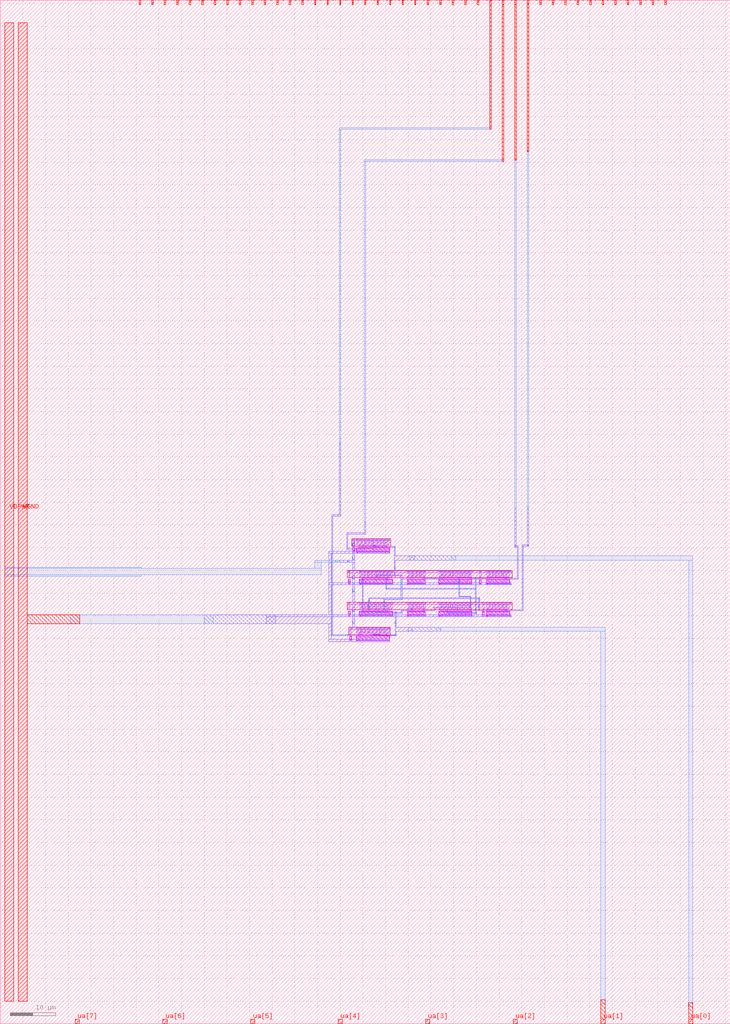
<source format=lef>
VERSION 5.7 ;
  NOWIREEXTENSIONATPIN ON ;
  DIVIDERCHAR "/" ;
  BUSBITCHARS "[]" ;
MACRO tt_um_relax
  CLASS BLOCK ;
  FOREIGN tt_um_relax ;
  ORIGIN 0.000 0.000 ;
  SIZE 161.000 BY 225.760 ;
  PIN clk
    PORT
      LAYER met4 ;
        RECT 143.830 224.760 144.130 225.760 ;
    END
  END clk
  PIN ena
    PORT
      LAYER met4 ;
        RECT 146.590 224.760 146.890 225.760 ;
    END
  END ena
  PIN rst_n
    PORT
      LAYER met4 ;
        RECT 141.070 224.760 141.370 225.760 ;
    END
  END rst_n
  PIN ua[0]
    ANTENNAGATEAREA 5.940000 ;
    ANTENNADIFFAREA 5.724000 ;
    PORT
      LAYER met4 ;
        RECT 151.810 0.000 152.710 1.000 ;
    END
  END ua[0]
  PIN ua[1]
    ANTENNAGATEAREA 5.940000 ;
    ANTENNADIFFAREA 5.724000 ;
    PORT
      LAYER met4 ;
        RECT 132.490 0.000 133.390 1.000 ;
    END
  END ua[1]
  PIN ua[2]
    PORT
      LAYER met4 ;
        RECT 113.170 0.000 114.070 1.000 ;
    END
  END ua[2]
  PIN ua[3]
    PORT
      LAYER met4 ;
        RECT 93.850 0.000 94.750 1.000 ;
    END
  END ua[3]
  PIN ua[4]
    PORT
      LAYER met4 ;
        RECT 74.530 0.000 75.430 1.000 ;
    END
  END ua[4]
  PIN ua[5]
    PORT
      LAYER met4 ;
        RECT 55.210 0.000 56.110 1.000 ;
    END
  END ua[5]
  PIN ua[6]
    PORT
      LAYER met4 ;
        RECT 35.890 0.000 36.790 1.000 ;
    END
  END ua[6]
  PIN ua[7]
    PORT
      LAYER met4 ;
        RECT 16.570 0.000 17.470 1.000 ;
    END
  END ua[7]
  PIN ui_in[0]
    PORT
      LAYER met4 ;
        RECT 138.310 224.760 138.610 225.760 ;
    END
  END ui_in[0]
  PIN ui_in[1]
    PORT
      LAYER met4 ;
        RECT 135.550 224.760 135.850 225.760 ;
    END
  END ui_in[1]
  PIN ui_in[2]
    PORT
      LAYER met4 ;
        RECT 132.790 224.760 133.090 225.760 ;
    END
  END ui_in[2]
  PIN ui_in[3]
    PORT
      LAYER met4 ;
        RECT 130.030 224.760 130.330 225.760 ;
    END
  END ui_in[3]
  PIN ui_in[4]
    PORT
      LAYER met4 ;
        RECT 127.270 224.760 127.570 225.760 ;
    END
  END ui_in[4]
  PIN ui_in[5]
    PORT
      LAYER met4 ;
        RECT 124.510 224.760 124.810 225.760 ;
    END
  END ui_in[5]
  PIN ui_in[6]
    PORT
      LAYER met4 ;
        RECT 121.750 224.760 122.050 225.760 ;
    END
  END ui_in[6]
  PIN ui_in[7]
    PORT
      LAYER met4 ;
        RECT 118.990 224.760 119.290 225.760 ;
    END
  END ui_in[7]
  PIN uio_in[0]
    ANTENNADIFFAREA 1.782000 ;
    PORT
      LAYER met4 ;
        RECT 116.230 224.760 116.530 225.760 ;
    END
  END uio_in[0]
  PIN uio_in[1]
    ANTENNADIFFAREA 1.782000 ;
    PORT
      LAYER met4 ;
        RECT 113.470 224.760 113.770 225.760 ;
    END
  END uio_in[1]
  PIN uio_in[2]
    ANTENNAGATEAREA 1.980000 ;
    PORT
      LAYER met4 ;
        RECT 110.710 224.760 111.010 225.760 ;
    END
  END uio_in[2]
  PIN uio_in[3]
    ANTENNAGATEAREA 1.980000 ;
    PORT
      LAYER met4 ;
        RECT 107.950 224.760 108.250 225.760 ;
    END
  END uio_in[3]
  PIN uio_in[4]
    PORT
      LAYER met4 ;
        RECT 105.190 224.760 105.490 225.760 ;
    END
  END uio_in[4]
  PIN uio_in[5]
    PORT
      LAYER met4 ;
        RECT 102.430 224.760 102.730 225.760 ;
    END
  END uio_in[5]
  PIN uio_in[6]
    PORT
      LAYER met4 ;
        RECT 99.670 224.760 99.970 225.760 ;
    END
  END uio_in[6]
  PIN uio_in[7]
    PORT
      LAYER met4 ;
        RECT 96.910 224.760 97.210 225.760 ;
    END
  END uio_in[7]
  PIN uio_oe[0]
    PORT
      LAYER met4 ;
        RECT 49.990 224.760 50.290 225.760 ;
    END
  END uio_oe[0]
  PIN uio_oe[1]
    PORT
      LAYER met4 ;
        RECT 47.230 224.760 47.530 225.760 ;
    END
  END uio_oe[1]
  PIN uio_oe[2]
    PORT
      LAYER met4 ;
        RECT 44.470 224.760 44.770 225.760 ;
    END
  END uio_oe[2]
  PIN uio_oe[3]
    PORT
      LAYER met4 ;
        RECT 41.710 224.760 42.010 225.760 ;
    END
  END uio_oe[3]
  PIN uio_oe[4]
    PORT
      LAYER met4 ;
        RECT 38.950 224.760 39.250 225.760 ;
    END
  END uio_oe[4]
  PIN uio_oe[5]
    PORT
      LAYER met4 ;
        RECT 36.190 224.760 36.490 225.760 ;
    END
  END uio_oe[5]
  PIN uio_oe[6]
    PORT
      LAYER met4 ;
        RECT 33.430 224.760 33.730 225.760 ;
    END
  END uio_oe[6]
  PIN uio_oe[7]
    PORT
      LAYER met4 ;
        RECT 30.670 224.760 30.970 225.760 ;
    END
  END uio_oe[7]
  PIN uio_out[0]
    PORT
      LAYER met4 ;
        RECT 72.070 224.760 72.370 225.760 ;
    END
  END uio_out[0]
  PIN uio_out[1]
    PORT
      LAYER met4 ;
        RECT 69.310 224.760 69.610 225.760 ;
    END
  END uio_out[1]
  PIN uio_out[2]
    PORT
      LAYER met4 ;
        RECT 66.550 224.760 66.850 225.760 ;
    END
  END uio_out[2]
  PIN uio_out[3]
    PORT
      LAYER met4 ;
        RECT 63.790 224.760 64.090 225.760 ;
    END
  END uio_out[3]
  PIN uio_out[4]
    PORT
      LAYER met4 ;
        RECT 61.030 224.760 61.330 225.760 ;
    END
  END uio_out[4]
  PIN uio_out[5]
    PORT
      LAYER met4 ;
        RECT 58.270 224.760 58.570 225.760 ;
    END
  END uio_out[5]
  PIN uio_out[6]
    PORT
      LAYER met4 ;
        RECT 55.510 224.760 55.810 225.760 ;
    END
  END uio_out[6]
  PIN uio_out[7]
    PORT
      LAYER met4 ;
        RECT 52.750 224.760 53.050 225.760 ;
    END
  END uio_out[7]
  PIN uo_out[0]
    PORT
      LAYER met4 ;
        RECT 94.150 224.760 94.450 225.760 ;
    END
  END uo_out[0]
  PIN uo_out[1]
    PORT
      LAYER met4 ;
        RECT 91.390 224.760 91.690 225.760 ;
    END
  END uo_out[1]
  PIN uo_out[2]
    PORT
      LAYER met4 ;
        RECT 88.630 224.760 88.930 225.760 ;
    END
  END uo_out[2]
  PIN uo_out[3]
    PORT
      LAYER met4 ;
        RECT 85.870 224.760 86.170 225.760 ;
    END
  END uo_out[3]
  PIN uo_out[4]
    PORT
      LAYER met4 ;
        RECT 83.110 224.760 83.410 225.760 ;
    END
  END uo_out[4]
  PIN uo_out[5]
    PORT
      LAYER met4 ;
        RECT 80.350 224.760 80.650 225.760 ;
    END
  END uo_out[5]
  PIN uo_out[6]
    PORT
      LAYER met4 ;
        RECT 77.590 224.760 77.890 225.760 ;
    END
  END uo_out[6]
  PIN uo_out[7]
    PORT
      LAYER met4 ;
        RECT 74.830 224.760 75.130 225.760 ;
    END
  END uo_out[7]
  PIN VDPWR
    ANTENNADIFFAREA 19.052500 ;
    PORT
      LAYER met4 ;
        RECT 1.000 5.000 3.000 220.760 ;
    END
  END VDPWR
  PIN VGND
    USE GROUND ;
    PORT
      LAYER met4 ;
        RECT 4.000 5.000 6.000 220.760 ;
    END
  END VGND
  OBS
      LAYER nwell ;
        RECT 77.520 105.315 86.100 106.920 ;
      LAYER pwell ;
        RECT 77.725 104.200 78.155 104.985 ;
        RECT 78.555 104.115 85.905 105.025 ;
        RECT 78.700 103.925 78.870 104.115 ;
      LAYER nwell ;
        RECT 76.540 98.315 112.920 99.920 ;
      LAYER pwell ;
        RECT 76.745 97.200 77.175 97.985 ;
        RECT 79.215 97.115 86.565 98.025 ;
        RECT 89.870 97.115 93.740 98.025 ;
        RECT 96.725 97.115 103.975 98.025 ;
        RECT 105.675 97.200 106.105 97.985 ;
        RECT 107.215 97.115 112.345 98.025 ;
        RECT 79.360 96.925 79.530 97.115 ;
        RECT 89.870 97.095 90.015 97.115 ;
        RECT 89.845 96.925 90.015 97.095 ;
        RECT 96.865 96.925 97.035 97.115 ;
        RECT 107.360 96.925 107.530 97.115 ;
      LAYER nwell ;
        RECT 76.520 91.315 112.910 92.920 ;
        RECT 106.130 91.305 106.970 91.315 ;
      LAYER pwell ;
        RECT 76.725 90.200 77.155 90.985 ;
        RECT 79.215 90.115 86.565 91.025 ;
        RECT 89.880 90.115 93.750 91.025 ;
        RECT 96.715 90.115 103.965 91.025 ;
        RECT 106.335 90.190 106.765 90.975 ;
        RECT 107.205 90.115 112.335 91.025 ;
        RECT 79.360 89.925 79.530 90.115 ;
        RECT 89.880 90.095 90.025 90.115 ;
        RECT 89.855 89.925 90.025 90.095 ;
        RECT 96.855 89.925 97.025 90.115 ;
        RECT 107.350 89.925 107.520 90.115 ;
      LAYER nwell ;
        RECT 76.860 85.825 86.050 87.430 ;
      LAYER pwell ;
        RECT 77.065 84.710 77.495 85.495 ;
        RECT 78.505 84.625 85.855 85.535 ;
        RECT 78.650 84.435 78.820 84.625 ;
      LAYER li1 ;
        RECT 77.710 106.645 78.170 106.815 ;
        RECT 78.550 106.645 85.910 106.815 ;
        RECT 77.795 105.480 78.085 106.645 ;
        RECT 78.640 105.505 78.895 106.645 ;
        RECT 79.065 105.675 79.395 106.475 ;
        RECT 79.565 105.845 79.735 106.645 ;
        RECT 79.905 105.675 80.235 106.475 ;
        RECT 80.405 105.845 80.575 106.645 ;
        RECT 80.745 105.675 81.075 106.475 ;
        RECT 81.245 105.845 81.415 106.645 ;
        RECT 81.585 105.675 81.915 106.475 ;
        RECT 82.085 105.845 82.255 106.645 ;
        RECT 82.425 105.675 82.755 106.475 ;
        RECT 82.925 105.845 83.095 106.645 ;
        RECT 83.265 105.675 83.595 106.475 ;
        RECT 83.765 105.845 83.935 106.645 ;
        RECT 84.105 105.675 84.435 106.475 ;
        RECT 84.605 105.845 84.775 106.645 ;
        RECT 84.945 105.675 85.275 106.475 ;
        RECT 79.065 105.475 85.275 105.675 ;
        RECT 85.465 105.505 85.820 106.645 ;
        RECT 79.060 105.085 81.915 105.305 ;
        RECT 82.190 105.085 82.670 105.475 ;
        RECT 82.840 105.085 84.855 105.285 ;
        RECT 82.425 104.915 82.670 105.085 ;
        RECT 85.025 104.915 85.275 105.475 ;
        RECT 77.795 104.095 78.085 104.820 ;
        RECT 78.640 104.745 82.255 104.915 ;
        RECT 78.640 104.265 78.975 104.745 ;
        RECT 79.145 104.095 79.315 104.575 ;
        RECT 79.485 104.265 79.815 104.745 ;
        RECT 79.985 104.095 80.155 104.575 ;
        RECT 80.325 104.265 80.655 104.745 ;
        RECT 80.825 104.095 80.995 104.575 ;
        RECT 81.165 104.265 81.495 104.745 ;
        RECT 81.665 104.095 81.835 104.575 ;
        RECT 82.005 104.495 82.255 104.745 ;
        RECT 82.425 104.665 85.275 104.915 ;
        RECT 85.445 104.495 85.820 104.915 ;
        RECT 82.005 104.265 85.820 104.495 ;
        RECT 77.710 103.925 78.170 104.095 ;
        RECT 78.550 103.925 85.910 104.095 ;
        RECT 76.730 99.645 77.190 99.815 ;
        RECT 79.210 99.645 86.570 99.815 ;
        RECT 89.700 99.645 93.840 99.815 ;
        RECT 96.720 99.645 104.080 99.815 ;
        RECT 105.660 99.645 106.120 99.815 ;
        RECT 107.210 99.645 112.730 99.815 ;
        RECT 76.815 98.480 77.105 99.645 ;
        RECT 79.300 98.505 79.555 99.645 ;
        RECT 79.725 98.675 80.055 99.475 ;
        RECT 80.225 98.845 80.395 99.645 ;
        RECT 80.565 98.675 80.895 99.475 ;
        RECT 81.065 98.845 81.235 99.645 ;
        RECT 81.405 98.675 81.735 99.475 ;
        RECT 81.905 98.845 82.075 99.645 ;
        RECT 82.245 98.675 82.575 99.475 ;
        RECT 82.745 98.845 82.915 99.645 ;
        RECT 83.085 98.675 83.415 99.475 ;
        RECT 83.585 98.845 83.755 99.645 ;
        RECT 83.925 98.675 84.255 99.475 ;
        RECT 84.425 98.845 84.595 99.645 ;
        RECT 84.765 98.675 85.095 99.475 ;
        RECT 85.265 98.845 85.435 99.645 ;
        RECT 85.605 98.675 85.935 99.475 ;
        RECT 79.725 98.475 85.935 98.675 ;
        RECT 86.125 98.505 86.480 99.645 ;
        RECT 89.955 98.845 90.210 99.645 ;
        RECT 90.380 98.675 90.710 99.475 ;
        RECT 90.880 98.845 91.050 99.645 ;
        RECT 91.220 98.675 91.550 99.475 ;
        RECT 91.720 98.845 91.890 99.645 ;
        RECT 92.060 98.675 92.390 99.475 ;
        RECT 92.560 98.845 92.730 99.645 ;
        RECT 92.900 98.675 93.230 99.475 ;
        RECT 93.400 98.845 93.700 99.645 ;
        RECT 96.810 98.675 97.125 99.475 ;
        RECT 97.295 98.845 97.545 99.645 ;
        RECT 97.715 98.675 97.965 99.475 ;
        RECT 98.135 98.845 98.385 99.645 ;
        RECT 98.555 98.675 98.805 99.475 ;
        RECT 98.975 98.845 99.225 99.645 ;
        RECT 99.395 98.675 99.645 99.475 ;
        RECT 99.815 98.845 100.065 99.645 ;
        RECT 100.235 99.305 103.845 99.475 ;
        RECT 100.235 98.675 100.485 99.305 ;
        RECT 89.785 98.505 93.755 98.675 ;
        RECT 79.720 98.085 82.575 98.305 ;
        RECT 82.850 98.085 83.330 98.475 ;
        RECT 83.500 98.085 85.515 98.285 ;
        RECT 83.085 97.915 83.330 98.085 ;
        RECT 85.685 97.915 85.935 98.475 ;
        RECT 89.785 97.915 90.130 98.505 ;
        RECT 90.380 98.085 93.235 98.335 ;
        RECT 93.435 97.915 93.755 98.505 ;
        RECT 96.810 98.465 100.485 98.675 ;
        RECT 100.655 98.625 100.905 99.135 ;
        RECT 101.075 98.795 101.325 99.305 ;
        RECT 101.495 98.625 101.745 99.135 ;
        RECT 101.915 98.795 102.165 99.305 ;
        RECT 102.335 98.625 102.585 99.135 ;
        RECT 102.755 98.795 103.005 99.305 ;
        RECT 103.175 98.625 103.425 99.135 ;
        RECT 103.595 98.795 103.845 99.305 ;
        RECT 100.655 98.455 103.995 98.625 ;
        RECT 105.745 98.480 106.035 99.645 ;
        RECT 107.305 98.625 107.635 99.475 ;
        RECT 107.805 98.845 107.975 99.645 ;
        RECT 108.145 98.625 108.475 99.475 ;
        RECT 108.645 98.845 108.815 99.645 ;
        RECT 109.065 98.625 109.235 99.475 ;
        RECT 109.405 98.845 109.735 99.645 ;
        RECT 109.905 98.625 110.075 99.475 ;
        RECT 110.245 98.845 110.575 99.645 ;
        RECT 110.745 98.625 110.915 99.475 ;
        RECT 111.085 98.845 111.415 99.645 ;
        RECT 111.585 98.625 111.755 99.475 ;
        RECT 107.305 98.455 108.805 98.625 ;
        RECT 109.065 98.455 111.755 98.625 ;
        RECT 111.925 98.495 112.255 99.645 ;
        RECT 97.080 98.085 100.250 98.285 ;
        RECT 100.520 98.085 103.260 98.285 ;
        RECT 103.430 97.915 103.995 98.455 ;
        RECT 107.350 98.085 108.450 98.285 ;
        RECT 108.630 98.255 108.805 98.455 ;
        RECT 108.630 98.085 111.255 98.255 ;
        RECT 108.630 97.915 108.805 98.085 ;
        RECT 111.500 97.915 111.755 98.455 ;
        RECT 76.815 97.095 77.105 97.820 ;
        RECT 79.300 97.745 82.915 97.915 ;
        RECT 79.300 97.265 79.635 97.745 ;
        RECT 79.805 97.095 79.975 97.575 ;
        RECT 80.145 97.265 80.475 97.745 ;
        RECT 80.645 97.095 80.815 97.575 ;
        RECT 80.985 97.265 81.315 97.745 ;
        RECT 81.485 97.095 81.655 97.575 ;
        RECT 81.825 97.265 82.155 97.745 ;
        RECT 82.325 97.095 82.495 97.575 ;
        RECT 82.665 97.495 82.915 97.745 ;
        RECT 83.085 97.665 85.935 97.915 ;
        RECT 86.105 97.495 86.480 97.915 ;
        RECT 89.785 97.725 93.755 97.915 ;
        RECT 82.665 97.265 86.480 97.495 ;
        RECT 89.955 97.095 90.210 97.555 ;
        RECT 90.380 97.265 90.710 97.725 ;
        RECT 90.880 97.095 91.050 97.555 ;
        RECT 91.220 97.265 91.550 97.725 ;
        RECT 91.720 97.095 91.890 97.555 ;
        RECT 92.060 97.265 92.390 97.725 ;
        RECT 92.560 97.095 92.730 97.555 ;
        RECT 92.900 97.265 93.230 97.725 ;
        RECT 93.400 97.095 93.705 97.555 ;
        RECT 96.810 97.095 97.085 97.915 ;
        RECT 97.255 97.735 103.995 97.915 ;
        RECT 97.255 97.265 97.585 97.735 ;
        RECT 97.755 97.095 97.925 97.565 ;
        RECT 98.095 97.265 98.425 97.735 ;
        RECT 98.595 97.095 98.765 97.565 ;
        RECT 98.935 97.265 99.265 97.735 ;
        RECT 99.435 97.095 99.605 97.565 ;
        RECT 99.775 97.265 100.105 97.735 ;
        RECT 100.275 97.095 100.445 97.565 ;
        RECT 100.615 97.265 100.945 97.735 ;
        RECT 101.115 97.095 101.285 97.565 ;
        RECT 101.455 97.265 101.785 97.735 ;
        RECT 101.955 97.095 102.125 97.565 ;
        RECT 102.295 97.265 102.625 97.735 ;
        RECT 102.795 97.095 102.965 97.565 ;
        RECT 103.135 97.265 103.465 97.735 ;
        RECT 103.635 97.095 103.925 97.565 ;
        RECT 105.745 97.095 106.035 97.820 ;
        RECT 107.385 97.745 108.805 97.915 ;
        RECT 109.065 97.745 111.755 97.915 ;
        RECT 107.385 97.265 107.555 97.745 ;
        RECT 107.725 97.095 108.055 97.575 ;
        RECT 108.225 97.270 108.395 97.745 ;
        RECT 108.565 97.095 108.895 97.575 ;
        RECT 109.065 97.265 109.235 97.745 ;
        RECT 109.405 97.095 109.735 97.575 ;
        RECT 109.905 97.265 110.075 97.745 ;
        RECT 110.245 97.095 110.575 97.575 ;
        RECT 110.745 97.265 110.915 97.745 ;
        RECT 111.085 97.095 111.415 97.575 ;
        RECT 111.585 97.265 111.755 97.745 ;
        RECT 111.925 97.095 112.255 97.895 ;
        RECT 76.730 96.925 77.190 97.095 ;
        RECT 79.210 96.925 86.570 97.095 ;
        RECT 89.700 96.925 93.840 97.095 ;
        RECT 96.720 96.925 104.080 97.095 ;
        RECT 105.660 96.925 106.120 97.095 ;
        RECT 107.210 96.925 112.730 97.095 ;
        RECT 76.710 92.645 77.170 92.815 ;
        RECT 79.210 92.645 86.570 92.815 ;
        RECT 89.710 92.645 93.850 92.815 ;
        RECT 96.710 92.645 104.070 92.815 ;
        RECT 76.795 91.480 77.085 92.645 ;
        RECT 79.300 91.505 79.555 92.645 ;
        RECT 79.725 91.675 80.055 92.475 ;
        RECT 80.225 91.845 80.395 92.645 ;
        RECT 80.565 91.675 80.895 92.475 ;
        RECT 81.065 91.845 81.235 92.645 ;
        RECT 81.405 91.675 81.735 92.475 ;
        RECT 81.905 91.845 82.075 92.645 ;
        RECT 82.245 91.675 82.575 92.475 ;
        RECT 82.745 91.845 82.915 92.645 ;
        RECT 83.085 91.675 83.415 92.475 ;
        RECT 83.585 91.845 83.755 92.645 ;
        RECT 83.925 91.675 84.255 92.475 ;
        RECT 84.425 91.845 84.595 92.645 ;
        RECT 84.765 91.675 85.095 92.475 ;
        RECT 85.265 91.845 85.435 92.645 ;
        RECT 85.605 91.675 85.935 92.475 ;
        RECT 79.725 91.475 85.935 91.675 ;
        RECT 86.125 91.505 86.480 92.645 ;
        RECT 89.965 91.845 90.220 92.645 ;
        RECT 90.390 91.675 90.720 92.475 ;
        RECT 90.890 91.845 91.060 92.645 ;
        RECT 91.230 91.675 91.560 92.475 ;
        RECT 91.730 91.845 91.900 92.645 ;
        RECT 92.070 91.675 92.400 92.475 ;
        RECT 92.570 91.845 92.740 92.645 ;
        RECT 92.910 91.675 93.240 92.475 ;
        RECT 93.410 91.845 93.710 92.645 ;
        RECT 96.800 91.675 97.115 92.475 ;
        RECT 97.285 91.845 97.535 92.645 ;
        RECT 97.705 91.675 97.955 92.475 ;
        RECT 98.125 91.845 98.375 92.645 ;
        RECT 98.545 91.675 98.795 92.475 ;
        RECT 98.965 91.845 99.215 92.645 ;
        RECT 99.385 91.675 99.635 92.475 ;
        RECT 99.805 91.845 100.055 92.645 ;
        RECT 106.320 92.635 106.780 92.805 ;
        RECT 107.200 92.645 112.720 92.815 ;
        RECT 100.225 92.305 103.835 92.475 ;
        RECT 100.225 91.675 100.475 92.305 ;
        RECT 89.795 91.505 93.765 91.675 ;
        RECT 79.720 91.085 82.575 91.305 ;
        RECT 82.850 91.085 83.330 91.475 ;
        RECT 83.500 91.085 85.515 91.285 ;
        RECT 83.085 90.915 83.330 91.085 ;
        RECT 85.685 90.915 85.935 91.475 ;
        RECT 89.795 90.915 90.140 91.505 ;
        RECT 90.390 91.085 93.245 91.335 ;
        RECT 93.445 90.915 93.765 91.505 ;
        RECT 96.800 91.465 100.475 91.675 ;
        RECT 100.645 91.625 100.895 92.135 ;
        RECT 101.065 91.795 101.315 92.305 ;
        RECT 101.485 91.625 101.735 92.135 ;
        RECT 101.905 91.795 102.155 92.305 ;
        RECT 102.325 91.625 102.575 92.135 ;
        RECT 102.745 91.795 102.995 92.305 ;
        RECT 103.165 91.625 103.415 92.135 ;
        RECT 103.585 91.795 103.835 92.305 ;
        RECT 100.645 91.455 103.985 91.625 ;
        RECT 106.405 91.470 106.695 92.635 ;
        RECT 107.295 91.625 107.625 92.475 ;
        RECT 107.795 91.845 107.965 92.645 ;
        RECT 108.135 91.625 108.465 92.475 ;
        RECT 108.635 91.845 108.805 92.645 ;
        RECT 109.055 91.625 109.225 92.475 ;
        RECT 109.395 91.845 109.725 92.645 ;
        RECT 109.895 91.625 110.065 92.475 ;
        RECT 110.235 91.845 110.565 92.645 ;
        RECT 110.735 91.625 110.905 92.475 ;
        RECT 111.075 91.845 111.405 92.645 ;
        RECT 111.575 91.625 111.745 92.475 ;
        RECT 107.295 91.455 108.795 91.625 ;
        RECT 109.055 91.455 111.745 91.625 ;
        RECT 111.915 91.495 112.245 92.645 ;
        RECT 97.070 91.085 100.240 91.285 ;
        RECT 100.510 91.085 103.250 91.285 ;
        RECT 103.420 90.915 103.985 91.455 ;
        RECT 107.340 91.085 108.440 91.285 ;
        RECT 108.620 91.255 108.795 91.455 ;
        RECT 108.620 91.085 111.245 91.255 ;
        RECT 108.620 90.915 108.795 91.085 ;
        RECT 111.490 90.915 111.745 91.455 ;
        RECT 76.795 90.095 77.085 90.820 ;
        RECT 79.300 90.745 82.915 90.915 ;
        RECT 79.300 90.265 79.635 90.745 ;
        RECT 79.805 90.095 79.975 90.575 ;
        RECT 80.145 90.265 80.475 90.745 ;
        RECT 80.645 90.095 80.815 90.575 ;
        RECT 80.985 90.265 81.315 90.745 ;
        RECT 81.485 90.095 81.655 90.575 ;
        RECT 81.825 90.265 82.155 90.745 ;
        RECT 82.325 90.095 82.495 90.575 ;
        RECT 82.665 90.495 82.915 90.745 ;
        RECT 83.085 90.665 85.935 90.915 ;
        RECT 86.105 90.495 86.480 90.915 ;
        RECT 89.795 90.725 93.765 90.915 ;
        RECT 82.665 90.265 86.480 90.495 ;
        RECT 89.965 90.095 90.220 90.555 ;
        RECT 90.390 90.265 90.720 90.725 ;
        RECT 90.890 90.095 91.060 90.555 ;
        RECT 91.230 90.265 91.560 90.725 ;
        RECT 91.730 90.095 91.900 90.555 ;
        RECT 92.070 90.265 92.400 90.725 ;
        RECT 92.570 90.095 92.740 90.555 ;
        RECT 92.910 90.265 93.240 90.725 ;
        RECT 93.410 90.095 93.715 90.555 ;
        RECT 96.800 90.095 97.075 90.915 ;
        RECT 97.245 90.735 103.985 90.915 ;
        RECT 97.245 90.265 97.575 90.735 ;
        RECT 97.745 90.095 97.915 90.565 ;
        RECT 98.085 90.265 98.415 90.735 ;
        RECT 98.585 90.095 98.755 90.565 ;
        RECT 98.925 90.265 99.255 90.735 ;
        RECT 99.425 90.095 99.595 90.565 ;
        RECT 99.765 90.265 100.095 90.735 ;
        RECT 100.265 90.095 100.435 90.565 ;
        RECT 100.605 90.265 100.935 90.735 ;
        RECT 101.105 90.095 101.275 90.565 ;
        RECT 101.445 90.265 101.775 90.735 ;
        RECT 101.945 90.095 102.115 90.565 ;
        RECT 102.285 90.265 102.615 90.735 ;
        RECT 102.785 90.095 102.955 90.565 ;
        RECT 103.125 90.265 103.455 90.735 ;
        RECT 103.625 90.095 103.915 90.565 ;
        RECT 76.710 89.925 77.170 90.095 ;
        RECT 79.210 89.925 86.570 90.095 ;
        RECT 89.710 89.925 93.850 90.095 ;
        RECT 96.710 89.925 104.070 90.095 ;
        RECT 106.405 90.085 106.695 90.810 ;
        RECT 107.375 90.745 108.795 90.915 ;
        RECT 109.055 90.745 111.745 90.915 ;
        RECT 107.375 90.265 107.545 90.745 ;
        RECT 107.715 90.095 108.045 90.575 ;
        RECT 108.215 90.270 108.385 90.745 ;
        RECT 108.555 90.095 108.885 90.575 ;
        RECT 109.055 90.265 109.225 90.745 ;
        RECT 109.395 90.095 109.725 90.575 ;
        RECT 109.895 90.265 110.065 90.745 ;
        RECT 110.235 90.095 110.565 90.575 ;
        RECT 110.735 90.265 110.905 90.745 ;
        RECT 111.075 90.095 111.405 90.575 ;
        RECT 111.575 90.265 111.745 90.745 ;
        RECT 111.915 90.095 112.245 90.895 ;
        RECT 106.320 89.915 106.780 90.085 ;
        RECT 107.200 89.925 112.720 90.095 ;
        RECT 77.050 87.155 77.510 87.325 ;
        RECT 78.500 87.155 85.860 87.325 ;
        RECT 77.135 85.990 77.425 87.155 ;
        RECT 78.590 86.015 78.845 87.155 ;
        RECT 79.015 86.185 79.345 86.985 ;
        RECT 79.515 86.355 79.685 87.155 ;
        RECT 79.855 86.185 80.185 86.985 ;
        RECT 80.355 86.355 80.525 87.155 ;
        RECT 80.695 86.185 81.025 86.985 ;
        RECT 81.195 86.355 81.365 87.155 ;
        RECT 81.535 86.185 81.865 86.985 ;
        RECT 82.035 86.355 82.205 87.155 ;
        RECT 82.375 86.185 82.705 86.985 ;
        RECT 82.875 86.355 83.045 87.155 ;
        RECT 83.215 86.185 83.545 86.985 ;
        RECT 83.715 86.355 83.885 87.155 ;
        RECT 84.055 86.185 84.385 86.985 ;
        RECT 84.555 86.355 84.725 87.155 ;
        RECT 84.895 86.185 85.225 86.985 ;
        RECT 79.015 85.985 85.225 86.185 ;
        RECT 85.415 86.015 85.770 87.155 ;
        RECT 79.010 85.595 81.865 85.815 ;
        RECT 82.140 85.595 82.620 85.985 ;
        RECT 82.790 85.595 84.805 85.795 ;
        RECT 82.375 85.425 82.620 85.595 ;
        RECT 84.975 85.425 85.225 85.985 ;
        RECT 77.135 84.605 77.425 85.330 ;
        RECT 78.590 85.255 82.205 85.425 ;
        RECT 78.590 84.775 78.925 85.255 ;
        RECT 79.095 84.605 79.265 85.085 ;
        RECT 79.435 84.775 79.765 85.255 ;
        RECT 79.935 84.605 80.105 85.085 ;
        RECT 80.275 84.775 80.605 85.255 ;
        RECT 80.775 84.605 80.945 85.085 ;
        RECT 81.115 84.775 81.445 85.255 ;
        RECT 81.615 84.605 81.785 85.085 ;
        RECT 81.955 85.005 82.205 85.255 ;
        RECT 82.375 85.175 85.225 85.425 ;
        RECT 85.395 85.005 85.770 85.425 ;
        RECT 81.955 84.775 85.770 85.005 ;
        RECT 77.050 84.435 77.510 84.605 ;
        RECT 78.500 84.435 85.860 84.605 ;
      LAYER met1 ;
        RECT 76.665 108.245 80.630 108.250 ;
        RECT 76.415 107.950 80.630 108.245 ;
        RECT 76.415 104.830 76.665 107.950 ;
        RECT 77.710 106.870 85.910 106.970 ;
        RECT 77.700 106.490 85.910 106.870 ;
        RECT 77.700 105.890 78.180 106.490 ;
        RECT 77.670 105.410 78.210 105.890 ;
        RECT 116.230 105.610 116.530 105.640 ;
        RECT 82.220 105.420 82.620 105.580 ;
        RECT 83.030 105.420 83.420 105.470 ;
        RECT 80.050 104.990 80.480 105.380 ;
        RECT 82.220 105.290 83.420 105.420 ;
        RECT 113.440 105.465 114.065 105.470 ;
        RECT 82.220 105.260 87.120 105.290 ;
        RECT 82.220 105.180 82.620 105.260 ;
        RECT 83.030 105.085 87.120 105.260 ;
        RECT 113.440 105.170 114.295 105.465 ;
        RECT 83.030 105.020 83.420 105.085 ;
        RECT 80.150 104.830 80.400 104.990 ;
        RECT 76.415 104.580 80.400 104.830 ;
        RECT 72.480 103.770 85.910 104.250 ;
        RECT 72.480 97.250 72.960 103.770 ;
        RECT 86.900 103.170 87.120 105.085 ;
        RECT 90.370 103.170 91.270 103.200 ;
        RECT 77.700 102.240 78.180 102.930 ;
        RECT 76.490 101.760 78.180 102.240 ;
        RECT 77.700 99.970 78.180 101.760 ;
        RECT 86.900 102.270 91.270 103.170 ;
        RECT 86.900 100.690 87.120 102.270 ;
        RECT 90.370 102.240 91.270 102.270 ;
        RECT 86.850 100.430 87.170 100.690 ;
        RECT 76.730 99.490 112.730 99.970 ;
        RECT 77.700 98.660 78.180 99.490 ;
        RECT 86.880 98.980 87.140 99.030 ;
        RECT 82.950 98.760 88.610 98.980 ;
        RECT 77.670 98.180 78.210 98.660 ;
        RECT 82.950 98.530 83.170 98.760 ;
        RECT 86.880 98.710 87.140 98.760 ;
        RECT 79.815 97.840 80.065 98.335 ;
        RECT 82.830 98.070 83.290 98.530 ;
        RECT 84.920 97.970 85.370 98.390 ;
        RECT 88.355 98.340 88.610 98.760 ;
        RECT 90.500 98.340 90.990 98.460 ;
        RECT 88.355 98.085 90.990 98.340 ;
        RECT 79.780 97.580 80.100 97.840 ;
        RECT 85.025 97.760 85.255 97.970 ;
        RECT 88.355 97.825 88.610 98.085 ;
        RECT 90.500 97.990 90.990 98.085 ;
        RECT 93.450 98.290 93.740 98.305 ;
        RECT 97.630 98.290 98.050 98.350 ;
        RECT 93.450 98.085 98.050 98.290 ;
        RECT 93.450 98.075 93.740 98.085 ;
        RECT 97.630 98.020 98.050 98.085 ;
        RECT 101.030 97.970 101.370 98.350 ;
        RECT 103.640 98.250 103.930 98.280 ;
        RECT 104.745 98.250 105.065 98.290 ;
        RECT 107.510 98.250 107.850 98.370 ;
        RECT 103.640 98.075 107.850 98.250 ;
        RECT 103.640 98.050 103.930 98.075 ;
        RECT 104.745 98.030 105.065 98.075 ;
        RECT 107.510 97.970 107.850 98.075 ;
        RECT 111.400 98.270 111.830 98.380 ;
        RECT 114.065 98.270 114.295 105.170 ;
        RECT 111.400 98.040 114.295 98.270 ;
        RECT 115.180 105.310 116.530 105.610 ;
        RECT 85.010 97.440 85.270 97.760 ;
        RECT 88.355 97.505 88.615 97.825 ;
        RECT 101.120 97.770 101.290 97.970 ;
        RECT 111.400 97.950 111.830 98.040 ;
        RECT 101.075 97.450 101.335 97.770 ;
        RECT 72.480 96.770 112.730 97.250 ;
        RECT 72.480 90.245 72.960 96.770 ;
        RECT 84.980 96.055 85.300 96.070 ;
        RECT 102.440 96.055 102.760 96.070 ;
        RECT 84.980 95.825 102.760 96.055 ;
        RECT 84.980 95.810 85.300 95.825 ;
        RECT 102.440 95.810 102.760 95.825 ;
        RECT 77.700 92.970 78.180 95.810 ;
        RECT 105.455 93.905 105.775 93.930 ;
        RECT 81.220 93.700 105.775 93.905 ;
        RECT 81.220 93.510 81.425 93.700 ;
        RECT 105.455 93.670 105.775 93.700 ;
        RECT 81.160 93.250 81.480 93.510 ;
        RECT 76.710 92.495 112.720 92.970 ;
        RECT 76.710 92.490 77.170 92.495 ;
        RECT 77.700 91.320 78.180 92.495 ;
        RECT 79.210 92.490 86.570 92.495 ;
        RECT 89.710 92.490 93.850 92.495 ;
        RECT 96.710 92.490 104.070 92.495 ;
        RECT 106.320 92.480 106.780 92.495 ;
        RECT 107.200 92.490 112.720 92.495 ;
        RECT 81.185 91.780 81.445 92.100 ;
        RECT 84.595 91.950 84.855 92.270 ;
        RECT 81.210 91.370 81.415 91.780 ;
        RECT 77.670 90.840 78.210 91.320 ;
        RECT 81.140 91.040 81.450 91.370 ;
        RECT 82.850 91.070 83.320 91.520 ;
        RECT 84.595 91.400 84.850 91.950 ;
        RECT 103.540 91.910 103.860 92.170 ;
        RECT 95.605 91.680 100.940 91.850 ;
        RECT 79.780 90.800 80.100 90.805 ;
        RECT 82.970 90.800 83.220 91.070 ;
        RECT 84.490 90.950 84.930 91.400 ;
        RECT 90.550 91.340 90.980 91.420 ;
        RECT 88.415 91.085 90.980 91.340 ;
        RECT 87.030 90.800 87.350 90.805 ;
        RECT 88.415 90.800 88.670 91.085 ;
        RECT 90.550 90.990 90.980 91.085 ;
        RECT 93.485 91.255 93.775 91.285 ;
        RECT 95.605 91.255 95.775 91.680 ;
        RECT 100.770 91.360 100.940 91.680 ;
        RECT 93.485 91.085 95.775 91.255 ;
        RECT 93.485 91.055 93.775 91.085 ;
        RECT 98.300 90.970 98.680 91.350 ;
        RECT 100.700 91.030 101.000 91.360 ;
        RECT 103.615 91.305 103.785 91.910 ;
        RECT 105.480 91.740 105.740 92.060 ;
        RECT 103.585 91.290 103.815 91.305 ;
        RECT 105.505 91.290 105.710 91.740 ;
        RECT 107.520 91.290 107.850 91.360 ;
        RECT 103.585 91.085 107.850 91.290 ;
        RECT 103.585 91.015 103.815 91.085 ;
        RECT 107.520 91.020 107.850 91.085 ;
        RECT 111.430 91.280 111.790 91.370 ;
        RECT 115.180 91.280 115.380 105.310 ;
        RECT 116.230 105.280 116.530 105.310 ;
        RECT 111.430 91.080 115.380 91.280 ;
        RECT 111.430 91.000 111.790 91.080 ;
        RECT 79.780 90.550 88.675 90.800 ;
        RECT 98.415 90.690 98.590 90.970 ;
        RECT 104.740 90.690 105.060 90.735 ;
        RECT 79.780 90.545 80.100 90.550 ;
        RECT 87.030 90.545 87.350 90.550 ;
        RECT 98.415 90.515 105.060 90.690 ;
        RECT 98.415 90.500 98.590 90.515 ;
        RECT 104.740 90.475 105.060 90.515 ;
        RECT 76.710 90.245 77.170 90.250 ;
        RECT 79.210 90.245 86.570 90.250 ;
        RECT 89.710 90.245 93.850 90.250 ;
        RECT 96.710 90.245 104.070 90.250 ;
        RECT 107.200 90.245 112.720 90.250 ;
        RECT 58.710 90.210 60.710 90.240 ;
        RECT 72.480 90.210 112.720 90.245 ;
        RECT 58.710 89.775 112.720 90.210 ;
        RECT 58.710 89.770 104.070 89.775 ;
        RECT 58.710 88.210 72.960 89.770 ;
        RECT 106.320 89.760 106.780 89.775 ;
        RECT 107.200 89.770 112.720 89.775 ;
        RECT 77.670 88.310 78.210 88.790 ;
        RECT 58.710 88.180 60.710 88.210 ;
        RECT 72.480 84.760 72.960 88.210 ;
        RECT 77.050 87.470 77.510 87.480 ;
        RECT 77.700 87.470 78.180 88.310 ;
        RECT 87.030 88.280 87.350 88.540 ;
        RECT 78.500 87.470 85.860 87.480 ;
        RECT 77.050 87.000 85.860 87.470 ;
        RECT 87.065 87.460 87.315 88.280 ;
        RECT 90.010 87.460 90.910 87.490 ;
        RECT 87.065 86.560 90.910 87.460 ;
        RECT 76.635 85.810 76.955 85.835 ;
        RECT 79.170 85.810 79.610 85.890 ;
        RECT 76.635 85.595 79.610 85.810 ;
        RECT 82.180 85.880 82.550 86.030 ;
        RECT 82.180 85.790 83.820 85.880 ;
        RECT 87.065 85.790 87.315 86.560 ;
        RECT 90.010 86.530 90.910 86.560 ;
        RECT 82.180 85.660 87.315 85.790 ;
        RECT 76.635 85.575 76.955 85.595 ;
        RECT 79.170 85.470 79.610 85.595 ;
        RECT 83.360 85.595 87.315 85.660 ;
        RECT 83.360 85.480 83.820 85.595 ;
        RECT 72.480 84.280 85.860 84.760 ;
        RECT 72.480 84.260 72.960 84.280 ;
      LAYER met2 ;
        RECT 74.800 127.950 75.100 127.960 ;
        RECT 74.765 127.670 75.135 127.950 ;
        RECT 73.105 112.280 73.320 112.285 ;
        RECT 74.800 112.280 75.100 127.670 ;
        RECT 116.230 113.900 116.530 113.910 ;
        RECT 113.470 113.860 113.770 113.870 ;
        RECT 113.435 113.580 113.805 113.860 ;
        RECT 116.195 113.620 116.565 113.900 ;
        RECT 73.105 111.980 75.100 112.280 ;
        RECT 45.025 90.210 46.975 90.230 ;
        RECT 45.000 88.210 60.740 90.210 ;
        RECT 45.025 88.190 46.975 88.210 ;
        RECT 73.105 85.815 73.320 111.980 ;
        RECT 80.310 110.560 80.590 110.595 ;
        RECT 80.300 107.920 80.600 110.560 ;
        RECT 77.700 102.900 78.180 105.920 ;
        RECT 113.470 105.140 113.770 113.580 ;
        RECT 116.230 105.610 116.530 113.620 ;
        RECT 116.200 105.310 116.560 105.610 ;
        RECT 99.595 103.170 100.445 103.190 ;
        RECT 77.670 102.420 78.210 102.900 ;
        RECT 90.340 102.270 100.470 103.170 ;
        RECT 76.520 102.240 77.000 102.270 ;
        RECT 99.595 102.250 100.445 102.270 ;
        RECT 73.885 101.760 77.000 102.240 ;
        RECT 76.520 101.730 77.000 101.760 ;
        RECT 86.880 100.400 87.140 100.720 ;
        RECT 86.900 99.000 87.120 100.400 ;
        RECT 86.850 98.740 87.170 99.000 ;
        RECT 77.700 95.780 78.180 98.690 ;
        RECT 104.775 98.000 105.035 98.320 ;
        RECT 79.810 97.550 80.070 97.870 ;
        RECT 77.670 95.300 78.210 95.780 ;
        RECT 77.700 88.280 78.180 91.350 ;
        RECT 79.815 90.835 80.065 97.550 ;
        RECT 84.980 97.470 85.300 97.730 ;
        RECT 88.325 97.535 88.645 97.795 ;
        RECT 85.025 96.100 85.255 97.470 ;
        RECT 85.010 95.780 85.270 96.100 ;
        RECT 84.600 93.780 84.855 93.785 ;
        RECT 88.360 93.780 88.615 97.535 ;
        RECT 101.045 97.480 101.365 97.740 ;
        RECT 101.120 94.305 101.290 97.480 ;
        RECT 102.470 96.055 102.730 96.100 ;
        RECT 104.815 96.055 104.990 98.000 ;
        RECT 102.470 95.825 104.990 96.055 ;
        RECT 102.470 95.780 102.730 95.825 ;
        RECT 101.120 94.135 103.785 94.305 ;
        RECT 81.190 93.220 81.450 93.540 ;
        RECT 84.600 93.525 88.615 93.780 ;
        RECT 81.215 92.070 81.420 93.220 ;
        RECT 84.600 92.240 84.855 93.525 ;
        RECT 81.155 91.810 81.475 92.070 ;
        RECT 84.565 91.980 84.885 92.240 ;
        RECT 103.615 92.200 103.785 94.135 ;
        RECT 103.570 91.880 103.830 92.200 ;
        RECT 79.810 90.515 80.070 90.835 ;
        RECT 87.060 90.515 87.320 90.835 ;
        RECT 104.815 90.765 104.990 95.825 ;
        RECT 105.485 93.640 105.745 93.960 ;
        RECT 105.510 92.030 105.715 93.640 ;
        RECT 105.450 91.770 105.770 92.030 ;
        RECT 87.065 88.570 87.315 90.515 ;
        RECT 104.770 90.445 105.030 90.765 ;
        RECT 87.060 88.250 87.320 88.570 ;
        RECT 89.980 87.435 97.130 87.460 ;
        RECT 89.980 86.585 97.150 87.435 ;
        RECT 89.980 86.560 97.130 86.585 ;
        RECT 76.665 85.815 76.925 85.865 ;
        RECT 73.105 85.600 76.925 85.815 ;
        RECT 76.665 85.545 76.925 85.600 ;
      LAYER met3 ;
        RECT 107.940 197.580 108.260 197.620 ;
        RECT 74.800 197.280 108.260 197.580 ;
        RECT 74.800 127.975 75.100 197.280 ;
        RECT 107.940 197.240 108.260 197.280 ;
        RECT 116.190 192.300 116.570 192.620 ;
        RECT 110.700 190.500 111.020 190.540 ;
        RECT 80.300 190.200 111.020 190.500 ;
        RECT 113.460 190.430 113.780 190.810 ;
        RECT 74.785 127.645 75.115 127.975 ;
        RECT 80.300 110.575 80.600 190.200 ;
        RECT 110.700 190.160 111.020 190.200 ;
        RECT 113.470 113.885 113.770 190.430 ;
        RECT 116.230 113.925 116.530 192.300 ;
        RECT 113.455 113.555 113.785 113.885 ;
        RECT 116.215 113.595 116.545 113.925 ;
        RECT 80.285 110.245 80.615 110.575 ;
        RECT 99.570 102.270 152.710 103.170 ;
        RECT 73.905 102.240 74.435 102.265 ;
        RECT 69.350 101.760 74.435 102.240 ;
        RECT 1.000 100.430 31.105 100.710 ;
        RECT 69.385 100.430 70.795 101.760 ;
        RECT 73.905 101.735 74.435 101.760 ;
        RECT 1.000 99.020 70.795 100.430 ;
        RECT 1.000 98.740 31.105 99.020 ;
        RECT 1.000 98.710 3.000 98.740 ;
        RECT 15.495 90.210 17.485 90.235 ;
        RECT 15.490 88.210 47.000 90.210 ;
        RECT 15.495 88.185 17.485 88.210 ;
        RECT 96.230 86.560 133.390 87.460 ;
        RECT 132.490 5.295 133.390 86.560 ;
        RECT 132.465 4.405 133.415 5.295 ;
        RECT 151.810 4.605 152.710 102.270 ;
        RECT 132.490 4.400 133.390 4.405 ;
        RECT 151.785 3.715 152.735 4.605 ;
        RECT 151.810 3.710 152.710 3.715 ;
      LAYER met4 ;
        RECT 107.950 197.595 108.250 224.760 ;
        RECT 107.935 197.265 108.265 197.595 ;
        RECT 110.710 190.515 111.010 224.760 ;
        RECT 113.470 190.785 113.770 224.760 ;
        RECT 116.230 192.625 116.530 224.760 ;
        RECT 116.215 192.295 116.545 192.625 ;
        RECT 110.695 190.185 111.025 190.515 ;
        RECT 113.455 190.455 113.785 190.785 ;
        RECT 6.000 88.210 17.490 90.210 ;
        RECT 132.490 1.000 133.390 5.300 ;
        RECT 151.810 1.000 152.710 4.610 ;
  END
END tt_um_relax
END LIBRARY


</source>
